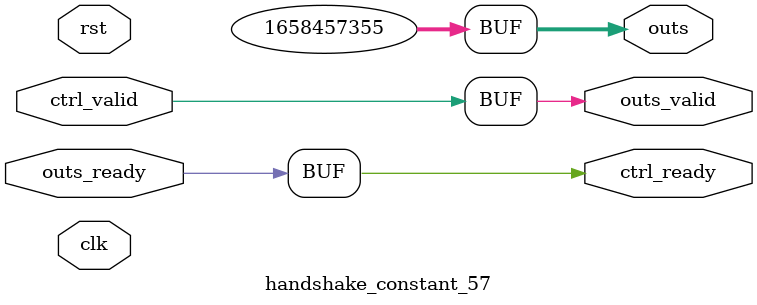
<source format=v>
`timescale 1ns / 1ps
module handshake_constant_57 #(
  parameter DATA_WIDTH = 32  // Default set to 32 bits
) (
  input                       clk,
  input                       rst,
  // Input Channel
  input                       ctrl_valid,
  output                      ctrl_ready,
  // Output Channel
  output [DATA_WIDTH - 1 : 0] outs,
  output                      outs_valid,
  input                       outs_ready
);
  assign outs       = 37'b0100101100010110110100000110100001011;
  assign outs_valid = ctrl_valid;
  assign ctrl_ready = outs_ready;

endmodule

</source>
